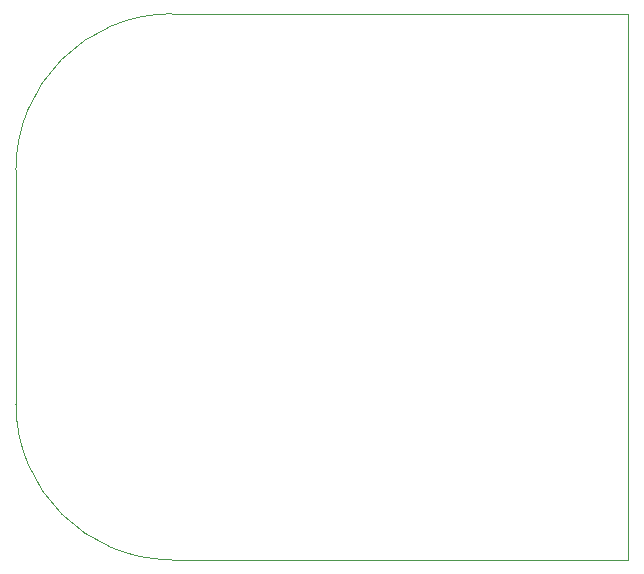
<source format=gbr>
G04 #@! TF.GenerationSoftware,KiCad,Pcbnew,7.0.2-6a45011f42~172~ubuntu22.04.1*
G04 #@! TF.CreationDate,2023-06-19T14:24:24-04:00*
G04 #@! TF.ProjectId,differential_encoder_encoder,64696666-6572-4656-9e74-69616c5f656e,rev?*
G04 #@! TF.SameCoordinates,Original*
G04 #@! TF.FileFunction,Profile,NP*
%FSLAX46Y46*%
G04 Gerber Fmt 4.6, Leading zero omitted, Abs format (unit mm)*
G04 Created by KiCad (PCBNEW 7.0.2-6a45011f42~172~ubuntu22.04.1) date 2023-06-19 14:24:24*
%MOMM*%
%LPD*%
G01*
G04 APERTURE LIST*
G04 #@! TA.AperFunction,Profile*
%ADD10C,0.100000*%
G04 #@! TD*
G04 APERTURE END LIST*
D10*
X193548000Y-42672000D02*
X154940000Y-42672000D01*
X154940000Y-42672000D02*
G75*
G03*
X141732000Y-55880000I0J-13208000D01*
G01*
X141732000Y-75692000D02*
X141732000Y-55880000D01*
X141732000Y-75692000D02*
G75*
G03*
X154940000Y-88900000I13208000J0D01*
G01*
X154940000Y-88900000D02*
X193548000Y-88900000D01*
X193548000Y-88900000D02*
X193548000Y-42672000D01*
M02*

</source>
